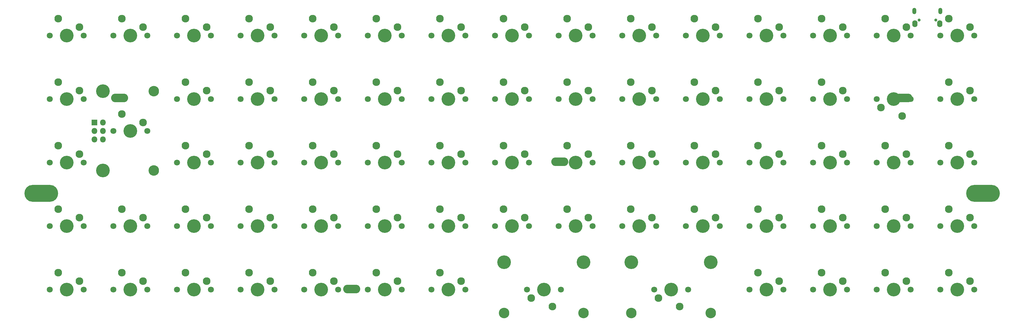
<source format=gbr>
%TF.GenerationSoftware,KiCad,Pcbnew,5.1.6*%
%TF.CreationDate,2020-06-07T21:01:59+02:00*%
%TF.ProjectId,DWZG60,44575a47-3630-42e6-9b69-6361645f7063,1*%
%TF.SameCoordinates,Original*%
%TF.FileFunction,Soldermask,Bot*%
%TF.FilePolarity,Negative*%
%FSLAX46Y46*%
G04 Gerber Fmt 4.6, Leading zero omitted, Abs format (unit mm)*
G04 Created by KiCad (PCBNEW 5.1.6) date 2020-06-07 21:01:59*
%MOMM*%
%LPD*%
G01*
G04 APERTURE LIST*
%ADD10C,1.800000*%
%ADD11C,4.100000*%
%ADD12C,2.300000*%
%ADD13C,3.150000*%
%ADD14O,5.100000X2.600000*%
%ADD15O,10.100000X5.100000*%
%ADD16O,1.550000X2.100000*%
%ADD17O,1.250000X1.900000*%
%ADD18O,0.900000X0.900000*%
%ADD19R,1.800000X1.800000*%
%ADD20O,1.800000X1.800000*%
G04 APERTURE END LIST*
D10*
%TO.C,SW28*%
X92160000Y-148230000D03*
X102320000Y-148230000D03*
D11*
X97240000Y-148230000D03*
D12*
X101050000Y-145690000D03*
X94700000Y-143150000D03*
%TD*%
%TO.C,SW43*%
X75640000Y-152690000D03*
X81990000Y-155230000D03*
D11*
X78180000Y-157770000D03*
D10*
X83260000Y-157770000D03*
X73100000Y-157770000D03*
D11*
X69940000Y-145870000D03*
X69940000Y-169670000D03*
D13*
X85180000Y-169670000D03*
X85180000Y-145870000D03*
%TD*%
D14*
%TO.C,REF\u002A\u002A*%
X74950000Y-147900000D03*
%TD*%
D10*
%TO.C,SW46*%
X301710000Y-186330000D03*
X311870000Y-186330000D03*
D11*
X306790000Y-186330000D03*
D12*
X310600000Y-183790000D03*
X304250000Y-181250000D03*
%TD*%
D10*
%TO.C,SW25*%
X149310000Y-148230000D03*
X159470000Y-148230000D03*
D11*
X154390000Y-148230000D03*
D12*
X158200000Y-145690000D03*
X151850000Y-143150000D03*
%TD*%
D10*
%TO.C,SW70*%
X92160000Y-205380000D03*
X102320000Y-205380000D03*
D11*
X97240000Y-205380000D03*
D12*
X101050000Y-202840000D03*
X94700000Y-200300000D03*
%TD*%
%TO.C,SW29*%
X56600000Y-143150000D03*
X62950000Y-145690000D03*
D11*
X59140000Y-148230000D03*
D10*
X64220000Y-148230000D03*
X54060000Y-148230000D03*
%TD*%
D12*
%TO.C,SW15*%
X56600000Y-124100000D03*
X62950000Y-126640000D03*
D11*
X59140000Y-129180000D03*
D10*
X64220000Y-129180000D03*
X54060000Y-129180000D03*
%TD*%
%TO.C,SW38*%
X168360000Y-167280000D03*
X178520000Y-167280000D03*
D11*
X173440000Y-167280000D03*
D12*
X177250000Y-164740000D03*
X170900000Y-162200000D03*
%TD*%
%TO.C,SW24*%
X170900000Y-143150000D03*
X177250000Y-145690000D03*
D11*
X173440000Y-148230000D03*
D10*
X178520000Y-148230000D03*
X168360000Y-148230000D03*
%TD*%
D12*
%TO.C,SW61*%
X304250000Y-200300000D03*
X310600000Y-202840000D03*
D11*
X306790000Y-205380000D03*
D10*
X311870000Y-205380000D03*
X301710000Y-205380000D03*
%TD*%
D12*
%TO.C,SW31*%
X304250000Y-162200000D03*
X310600000Y-164740000D03*
D11*
X306790000Y-167280000D03*
D10*
X311870000Y-167280000D03*
X301710000Y-167280000D03*
%TD*%
D12*
%TO.C,SW17*%
X309330000Y-153310000D03*
X302980000Y-150770000D03*
D11*
X306790000Y-148230000D03*
D10*
X301710000Y-148230000D03*
X311870000Y-148230000D03*
%TD*%
D12*
%TO.C,SW2*%
X304250000Y-124100000D03*
X310600000Y-126640000D03*
D11*
X306790000Y-129180000D03*
D10*
X311870000Y-129180000D03*
X301710000Y-129180000D03*
%TD*%
%TO.C,SW4*%
X263610000Y-129180000D03*
X273770000Y-129180000D03*
D11*
X268690000Y-129180000D03*
D12*
X272500000Y-126640000D03*
X266150000Y-124100000D03*
%TD*%
D10*
%TO.C,SW34*%
X244560000Y-167280000D03*
X254720000Y-167280000D03*
D11*
X249640000Y-167280000D03*
D12*
X253450000Y-164740000D03*
X247100000Y-162200000D03*
%TD*%
D10*
%TO.C,SW5*%
X244560000Y-129180000D03*
X254720000Y-129180000D03*
D11*
X249640000Y-129180000D03*
D12*
X253450000Y-126640000D03*
X247100000Y-124100000D03*
%TD*%
%TO.C,SW37*%
X189950000Y-162200000D03*
X196300000Y-164740000D03*
D11*
X192490000Y-167280000D03*
D10*
X197570000Y-167280000D03*
X187410000Y-167280000D03*
%TD*%
%TO.C,SW66*%
X168360000Y-205380000D03*
X178520000Y-205380000D03*
D11*
X173440000Y-205380000D03*
D12*
X177250000Y-202840000D03*
X170900000Y-200300000D03*
%TD*%
D10*
%TO.C,SW67*%
X149310000Y-205380000D03*
X159470000Y-205380000D03*
D11*
X154390000Y-205380000D03*
D12*
X158200000Y-202840000D03*
X151850000Y-200300000D03*
%TD*%
D10*
%TO.C,SW42*%
X92160000Y-167280000D03*
X102320000Y-167280000D03*
D11*
X97240000Y-167280000D03*
D12*
X101050000Y-164740000D03*
X94700000Y-162200000D03*
%TD*%
%TO.C,SW12*%
X113750000Y-124100000D03*
X120100000Y-126640000D03*
D11*
X116290000Y-129180000D03*
D10*
X121370000Y-129180000D03*
X111210000Y-129180000D03*
%TD*%
D12*
%TO.C,SW71*%
X75650000Y-200300000D03*
X82000000Y-202840000D03*
D11*
X78190000Y-205380000D03*
D10*
X83270000Y-205380000D03*
X73110000Y-205380000D03*
%TD*%
%TO.C,SW72*%
X54060000Y-205380000D03*
X64220000Y-205380000D03*
D11*
X59140000Y-205380000D03*
D12*
X62950000Y-202840000D03*
X56600000Y-200300000D03*
%TD*%
%TO.C,SW59*%
X56600000Y-181250000D03*
X62950000Y-183790000D03*
D11*
X59140000Y-186330000D03*
D10*
X64220000Y-186330000D03*
X54060000Y-186330000D03*
%TD*%
D15*
%TO.C,REF\u002A\u002A*%
X333500000Y-176500000D03*
%TD*%
%TO.C,REF\u002A\u002A*%
X51500000Y-176500000D03*
%TD*%
D14*
%TO.C,REF\u002A\u002A*%
X309800000Y-147900000D03*
%TD*%
%TO.C,REF\u002A\u002A*%
X206800000Y-167000000D03*
%TD*%
%TO.C,REF\u002A\u002A*%
X144500000Y-205200000D03*
%TD*%
D10*
%TO.C,SW36*%
X206460000Y-167280000D03*
X216620000Y-167280000D03*
D11*
X211540000Y-167280000D03*
D12*
X215350000Y-164740000D03*
X209000000Y-162200000D03*
%TD*%
D13*
%TO.C,SW65*%
X213915000Y-212380000D03*
X190115000Y-212380000D03*
D11*
X190115000Y-197140000D03*
X213915000Y-197140000D03*
D10*
X207095000Y-205380000D03*
X196935000Y-205380000D03*
D11*
X202015000Y-205380000D03*
D12*
X198205000Y-207920000D03*
X204555000Y-210460000D03*
%TD*%
D13*
%TO.C,SW64*%
X252015000Y-212380000D03*
X228215000Y-212380000D03*
D11*
X228215000Y-197140000D03*
X252015000Y-197140000D03*
D10*
X245195000Y-205380000D03*
X235035000Y-205380000D03*
D11*
X240115000Y-205380000D03*
D12*
X236305000Y-207920000D03*
X242655000Y-210460000D03*
%TD*%
D10*
%TO.C,SW1*%
X320760000Y-129180000D03*
X330920000Y-129180000D03*
D11*
X325840000Y-129180000D03*
D12*
X329650000Y-126640000D03*
X323300000Y-124100000D03*
%TD*%
%TO.C,SW14*%
X75650000Y-124100000D03*
X82000000Y-126640000D03*
D11*
X78190000Y-129180000D03*
D10*
X83270000Y-129180000D03*
X73110000Y-129180000D03*
%TD*%
%TO.C,SW60*%
X320760000Y-205380000D03*
X330920000Y-205380000D03*
D11*
X325840000Y-205380000D03*
D12*
X329650000Y-202840000D03*
X323300000Y-200300000D03*
%TD*%
D10*
%TO.C,SW3*%
X282660000Y-129180000D03*
X292820000Y-129180000D03*
D11*
X287740000Y-129180000D03*
D12*
X291550000Y-126640000D03*
X285200000Y-124100000D03*
%TD*%
D10*
%TO.C,SW6*%
X225510000Y-129180000D03*
X235670000Y-129180000D03*
D11*
X230590000Y-129180000D03*
D12*
X234400000Y-126640000D03*
X228050000Y-124100000D03*
%TD*%
D10*
%TO.C,SW7*%
X206460000Y-129180000D03*
X216620000Y-129180000D03*
D11*
X211540000Y-129180000D03*
D12*
X215350000Y-126640000D03*
X209000000Y-124100000D03*
%TD*%
%TO.C,SW8*%
X189950000Y-124100000D03*
X196300000Y-126640000D03*
D11*
X192490000Y-129180000D03*
D10*
X197570000Y-129180000D03*
X187410000Y-129180000D03*
%TD*%
%TO.C,SW9*%
X168360000Y-129180000D03*
X178520000Y-129180000D03*
D11*
X173440000Y-129180000D03*
D12*
X177250000Y-126640000D03*
X170900000Y-124100000D03*
%TD*%
%TO.C,SW10*%
X151850000Y-124100000D03*
X158200000Y-126640000D03*
D11*
X154390000Y-129180000D03*
D10*
X159470000Y-129180000D03*
X149310000Y-129180000D03*
%TD*%
D12*
%TO.C,SW11*%
X132800000Y-124100000D03*
X139150000Y-126640000D03*
D11*
X135340000Y-129180000D03*
D10*
X140420000Y-129180000D03*
X130260000Y-129180000D03*
%TD*%
%TO.C,SW13*%
X92160000Y-129180000D03*
X102320000Y-129180000D03*
D11*
X97240000Y-129180000D03*
D12*
X101050000Y-126640000D03*
X94700000Y-124100000D03*
%TD*%
%TO.C,SW16*%
X323300000Y-143150000D03*
X329650000Y-145690000D03*
D11*
X325840000Y-148230000D03*
D10*
X330920000Y-148230000D03*
X320760000Y-148230000D03*
%TD*%
D12*
%TO.C,SW18*%
X285200000Y-143150000D03*
X291550000Y-145690000D03*
D11*
X287740000Y-148230000D03*
D10*
X292820000Y-148230000D03*
X282660000Y-148230000D03*
%TD*%
D12*
%TO.C,SW19*%
X266150000Y-143150000D03*
X272500000Y-145690000D03*
D11*
X268690000Y-148230000D03*
D10*
X273770000Y-148230000D03*
X263610000Y-148230000D03*
%TD*%
D12*
%TO.C,SW20*%
X247100000Y-143150000D03*
X253450000Y-145690000D03*
D11*
X249640000Y-148230000D03*
D10*
X254720000Y-148230000D03*
X244560000Y-148230000D03*
%TD*%
D12*
%TO.C,SW21*%
X228050000Y-143150000D03*
X234400000Y-145690000D03*
D11*
X230590000Y-148230000D03*
D10*
X235670000Y-148230000D03*
X225510000Y-148230000D03*
%TD*%
D12*
%TO.C,SW22*%
X209000000Y-143150000D03*
X215350000Y-145690000D03*
D11*
X211540000Y-148230000D03*
D10*
X216620000Y-148230000D03*
X206460000Y-148230000D03*
%TD*%
%TO.C,SW23*%
X187410000Y-148230000D03*
X197570000Y-148230000D03*
D11*
X192490000Y-148230000D03*
D12*
X196300000Y-145690000D03*
X189950000Y-143150000D03*
%TD*%
%TO.C,SW26*%
X132800000Y-143150000D03*
X139150000Y-145690000D03*
D11*
X135340000Y-148230000D03*
D10*
X140420000Y-148230000D03*
X130260000Y-148230000D03*
%TD*%
%TO.C,SW27*%
X111210000Y-148230000D03*
X121370000Y-148230000D03*
D11*
X116290000Y-148230000D03*
D12*
X120100000Y-145690000D03*
X113750000Y-143150000D03*
%TD*%
D10*
%TO.C,SW30*%
X320760000Y-167280000D03*
X330920000Y-167280000D03*
D11*
X325840000Y-167280000D03*
D12*
X329650000Y-164740000D03*
X323300000Y-162200000D03*
%TD*%
D10*
%TO.C,SW32*%
X282660000Y-167280000D03*
X292820000Y-167280000D03*
D11*
X287740000Y-167280000D03*
D12*
X291550000Y-164740000D03*
X285200000Y-162200000D03*
%TD*%
%TO.C,SW33*%
X266150000Y-162200000D03*
X272500000Y-164740000D03*
D11*
X268690000Y-167280000D03*
D10*
X273770000Y-167280000D03*
X263610000Y-167280000D03*
%TD*%
%TO.C,SW35*%
X225510000Y-167280000D03*
X235670000Y-167280000D03*
D11*
X230590000Y-167280000D03*
D12*
X234400000Y-164740000D03*
X228050000Y-162200000D03*
%TD*%
%TO.C,SW39*%
X151850000Y-162200000D03*
X158200000Y-164740000D03*
D11*
X154390000Y-167280000D03*
D10*
X159470000Y-167280000D03*
X149310000Y-167280000D03*
%TD*%
%TO.C,SW40*%
X130260000Y-167280000D03*
X140420000Y-167280000D03*
D11*
X135340000Y-167280000D03*
D12*
X139150000Y-164740000D03*
X132800000Y-162200000D03*
%TD*%
%TO.C,SW41*%
X113750000Y-162200000D03*
X120100000Y-164740000D03*
D11*
X116290000Y-167280000D03*
D10*
X121370000Y-167280000D03*
X111210000Y-167280000D03*
%TD*%
%TO.C,SW44*%
X54060000Y-167280000D03*
X64220000Y-167280000D03*
D11*
X59140000Y-167280000D03*
D12*
X62950000Y-164740000D03*
X56600000Y-162200000D03*
%TD*%
%TO.C,SW45*%
X323300000Y-181250000D03*
X329650000Y-183790000D03*
D11*
X325840000Y-186330000D03*
D10*
X330920000Y-186330000D03*
X320760000Y-186330000D03*
%TD*%
D12*
%TO.C,SW47*%
X285200000Y-181250000D03*
X291550000Y-183790000D03*
D11*
X287740000Y-186330000D03*
D10*
X292820000Y-186330000D03*
X282660000Y-186330000D03*
%TD*%
%TO.C,SW48*%
X263610000Y-186330000D03*
X273770000Y-186330000D03*
D11*
X268690000Y-186330000D03*
D12*
X272500000Y-183790000D03*
X266150000Y-181250000D03*
%TD*%
%TO.C,SW49*%
X247100000Y-181250000D03*
X253450000Y-183790000D03*
D11*
X249640000Y-186330000D03*
D10*
X254720000Y-186330000D03*
X244560000Y-186330000D03*
%TD*%
D12*
%TO.C,SW50*%
X228050000Y-181250000D03*
X234400000Y-183790000D03*
D11*
X230590000Y-186330000D03*
D10*
X235670000Y-186330000D03*
X225510000Y-186330000D03*
%TD*%
D12*
%TO.C,SW51*%
X209000000Y-181250000D03*
X215350000Y-183790000D03*
D11*
X211540000Y-186330000D03*
D10*
X216620000Y-186330000D03*
X206460000Y-186330000D03*
%TD*%
D12*
%TO.C,SW52*%
X189950000Y-181250000D03*
X196300000Y-183790000D03*
D11*
X192490000Y-186330000D03*
D10*
X197570000Y-186330000D03*
X187410000Y-186330000D03*
%TD*%
D12*
%TO.C,SW53*%
X170900000Y-181250000D03*
X177250000Y-183790000D03*
D11*
X173440000Y-186330000D03*
D10*
X178520000Y-186330000D03*
X168360000Y-186330000D03*
%TD*%
%TO.C,SW54*%
X149310000Y-186330000D03*
X159470000Y-186330000D03*
D11*
X154390000Y-186330000D03*
D12*
X158200000Y-183790000D03*
X151850000Y-181250000D03*
%TD*%
%TO.C,SW55*%
X132800000Y-181250000D03*
X139150000Y-183790000D03*
D11*
X135340000Y-186330000D03*
D10*
X140420000Y-186330000D03*
X130260000Y-186330000D03*
%TD*%
%TO.C,SW56*%
X111210000Y-186330000D03*
X121370000Y-186330000D03*
D11*
X116290000Y-186330000D03*
D12*
X120100000Y-183790000D03*
X113750000Y-181250000D03*
%TD*%
%TO.C,SW57*%
X94700000Y-181250000D03*
X101050000Y-183790000D03*
D11*
X97240000Y-186330000D03*
D10*
X102320000Y-186330000D03*
X92160000Y-186330000D03*
%TD*%
%TO.C,SW58*%
X73110000Y-186330000D03*
X83270000Y-186330000D03*
D11*
X78190000Y-186330000D03*
D12*
X82000000Y-183790000D03*
X75650000Y-181250000D03*
%TD*%
D10*
%TO.C,SW62*%
X282660000Y-205380000D03*
X292820000Y-205380000D03*
D11*
X287740000Y-205380000D03*
D12*
X291550000Y-202840000D03*
X285200000Y-200300000D03*
%TD*%
D10*
%TO.C,SW63*%
X263610000Y-205380000D03*
X273770000Y-205380000D03*
D11*
X268690000Y-205380000D03*
D12*
X272500000Y-202840000D03*
X266150000Y-200300000D03*
%TD*%
D10*
%TO.C,SW68*%
X130260000Y-205380000D03*
X140420000Y-205380000D03*
D11*
X135340000Y-205380000D03*
D12*
X139150000Y-202840000D03*
X132800000Y-200300000D03*
%TD*%
%TO.C,SW69*%
X113750000Y-200300000D03*
X120100000Y-202840000D03*
D11*
X116290000Y-205380000D03*
D10*
X121370000Y-205380000D03*
X111210000Y-205380000D03*
%TD*%
D16*
%TO.C,J1*%
X320590000Y-125569000D03*
X313140000Y-125569000D03*
D17*
X320740000Y-121769000D03*
X312990000Y-121769000D03*
D18*
X319365000Y-124519000D03*
X314365000Y-124519000D03*
%TD*%
D19*
%TO.C,J2*%
X67395000Y-155215000D03*
D20*
X69935000Y-155215000D03*
X67395000Y-157755000D03*
X69935000Y-157755000D03*
X67395000Y-160295000D03*
X69935000Y-160295000D03*
%TD*%
M02*

</source>
